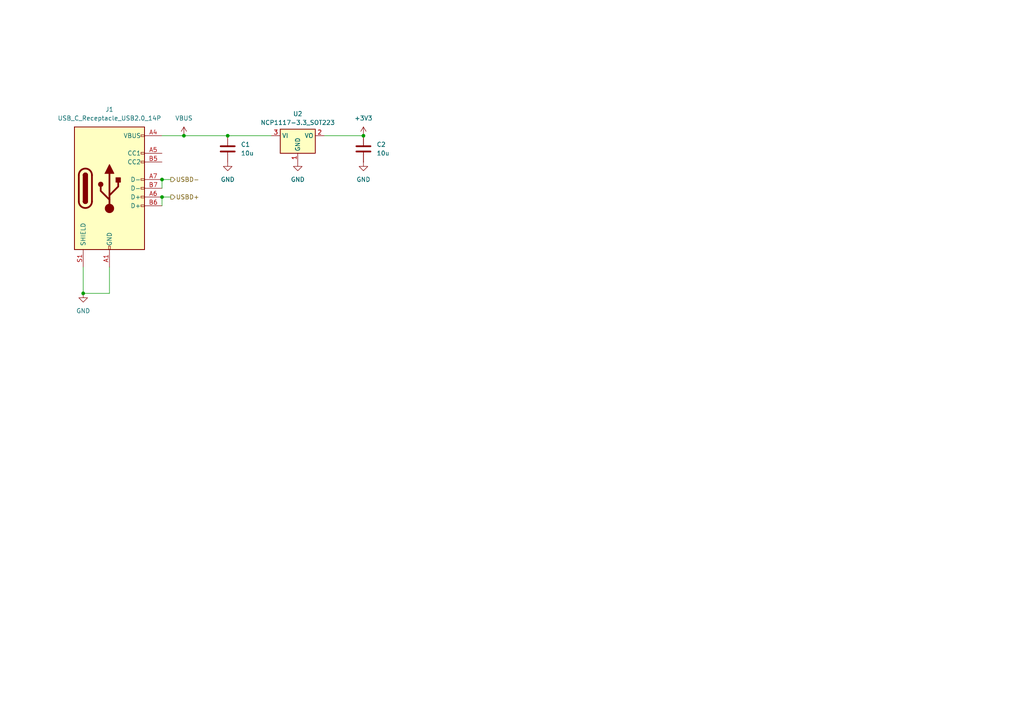
<source format=kicad_sch>
(kicad_sch (version 20250114) (generator "eeschema") (generator_version "9.0")
  (paper "A4")
  (lib_symbols
    (symbol "Connector:USB_C_Receptacle_USB2.0_14P" (pin_names (offset 1.016))
      (property "Reference" "J" (at 0 22.225 0))
      (property "Value" "USB_C_Receptacle_USB2.0_14P" (at 0 19.685 0))
      (symbol "USB_C_Receptacle_USB2.0_14P_0_0"
        (rectangle (start -0.254 -17.78) (end 0.254 -16.764))
        (rectangle (start 10.16 15.494) (end 9.144 14.986))
        (rectangle (start 10.16 10.414) (end 9.144 9.906))
        (rectangle (start 10.16 7.874) (end 9.144 7.366))
        (rectangle (start 10.16 2.794) (end 9.144 2.286))
        (rectangle (start 10.16 0.254) (end 9.144 -0.254))
        (rectangle (start 10.16 -2.286) (end 9.144 -2.794))
        (rectangle (start 10.16 -4.826) (end 9.144 -5.334))
      )
      (symbol "USB_C_Receptacle_USB2.0_14P_0_1"
        (rectangle (start -10.16 17.78) (end 10.16 -17.78) (stroke (width 0.254)) (fill (type background)))
        (polyline (pts (xy -8.89 -3.81) (xy -8.89 3.81)) (stroke (width 0.508)))
        (rectangle (start -7.62 -3.81) (end -6.35 3.81) (stroke (width 0.254)) (fill (type outline)))
        (arc (start -7.62 3.81) (mid -6.985 4.4423) (end -6.35 3.81) (stroke (width 0.254)))
        (arc (start -7.62 3.81) (mid -6.985 4.4423) (end -6.35 3.81) (stroke (width 0.254)) (fill (type outline)))
        (arc (start -8.89 3.81) (mid -6.985 5.7067) (end -5.08 3.81) (stroke (width 0.508)))
        (arc (start -5.08 -3.81) (mid -6.985 -5.7067) (end -8.89 -3.81) (stroke (width 0.508)))
        (arc (start -6.35 -3.81) (mid -6.985 -4.4423) (end -7.62 -3.81) (stroke (width 0.254)))
        (arc (start -6.35 -3.81) (mid -6.985 -4.4423) (end -7.62 -3.81) (stroke (width 0.254)) (fill (type outline)))
        (polyline (pts (xy -5.08 3.81) (xy -5.08 -3.81)) (stroke (width 0.508)))
        (circle (center -2.54 1.143) (radius 0.635) (stroke (width 0.254)) (fill (type outline)))
        (polyline (pts (xy -1.27 4.318) (xy 0 6.858) (xy 1.27 4.318) (xy -1.27 4.318)) (stroke (width 0.254)) (fill (type outline)))
        (polyline (pts (xy 0 -2.032) (xy 2.54 0.508) (xy 2.54 1.778)) (stroke (width 0.508)))
        (polyline (pts (xy 0 -3.302) (xy -2.54 -0.762) (xy -2.54 0.508)) (stroke (width 0.508)))
        (polyline (pts (xy 0 -5.842) (xy 0 4.318)) (stroke (width 0.508)))
        (circle (center 0 -5.842) (radius 1.27) (fill (type outline)))
        (rectangle (start 1.905 1.778) (end 3.175 3.048) (stroke (width 0.254)) (fill (type outline)))
      )
      (symbol "USB_C_Receptacle_USB2.0_14P_1_1"
        (pin passive line (at -7.62 -22.86 90) (length 5.08) (name "SHIELD") (number "S1"))
        (pin passive line (at 0 -22.86 90) (length 5.08) (name "GND") (number "A1"))
        (pin passive line (at 0 -22.86 90) (length 5.08) (hide yes) (name "GND") (number "A12"))
        (pin passive line (at 0 -22.86 90) (length 5.08) (hide yes) (name "GND") (number "B1"))
        (pin passive line (at 0 -22.86 90) (length 5.08) (hide yes) (name "GND") (number "B12"))
        (pin passive line (at 15.24 15.24 180) (length 5.08) (name "VBUS") (number "A4"))
        (pin passive line (at 15.24 15.24 180) (length 5.08) (hide yes) (name "VBUS") (number "A9"))
        (pin passive line (at 15.24 15.24 180) (length 5.08) (hide yes) (name "VBUS") (number "B4"))
        (pin passive line (at 15.24 15.24 180) (length 5.08) (hide yes) (name "VBUS") (number "B9"))
        (pin bidirectional line (at 15.24 10.16 180) (length 5.08) (name "CC1") (number "A5"))
        (pin bidirectional line (at 15.24 7.62 180) (length 5.08) (name "CC2") (number "B5"))
        (pin bidirectional line (at 15.24 2.54 180) (length 5.08) (name "D-") (number "A7"))
        (pin bidirectional line (at 15.24 0 180) (length 5.08) (name "D-") (number "B7"))
        (pin bidirectional line (at 15.24 -2.54 180) (length 5.08) (name "D+") (number "A6"))
        (pin bidirectional line (at 15.24 -5.08 180) (length 5.08) (name "D+") (number "B6"))
      )
    )
    (symbol "Device:C" (pin_numbers (hide yes)) (pin_names (offset 0.254))
      (property "Reference" "C" (at 0.635 2.54 0))
      (property "Value" "C" (at 0.635 -2.54 0))
      (symbol "C_0_1"
        (polyline (pts (xy -2.032 0.762) (xy 2.032 0.762)) (stroke (width 0.508)))
        (polyline (pts (xy -2.032 -0.762) (xy 2.032 -0.762)) (stroke (width 0.508)))
      )
      (symbol "C_1_1"
        (pin passive line (at 0 3.81 270) (length 2.794) (name "~") (number "1"))
        (pin passive line (at 0 -3.81 90) (length 2.794) (name "~") (number "2"))
      )
    )
    (symbol "Regulator_Linear:NCP1117-3.3_SOT223"
      (property "Reference" "U" (at -3.81 3.175 0))
      (property "Value" "NCP1117-3.3_SOT223" (at 0 3.175 0))
      (symbol "NCP1117-3.3_SOT223_0_1"
        (rectangle (start -5.08 -5.08) (end 5.08 1.905) (stroke (width 0.254)) (fill (type background)))
      )
      (symbol "NCP1117-3.3_SOT223_1_1"
        (pin power_in line (at -7.62 0 0) (length 2.54) (name "VI") (number "3"))
        (pin power_in line (at 0 -7.62 90) (length 2.54) (name "GND") (number "1"))
        (pin power_out line (at 7.62 0 180) (length 2.54) (name "VO") (number "2"))
      )
    )
    (symbol "power:+3V3" (power) (pin_numbers (hide yes)) (pin_names (offset 0) (hide yes))
      (property "Value" "+3V3" (at 0 3.556 0))
      (symbol "+3V3_0_1"
        (polyline (pts (xy -0.762 1.27) (xy 0 2.54)))
        (polyline (pts (xy 0 2.54) (xy 0.762 1.27)))
        (polyline (pts (xy 0 0) (xy 0 2.54)))
      )
      (symbol "+3V3_1_1"
        (pin power_in line (at 0 0 90) (length 0) (name "~") (number "1"))
      )
    )
    (symbol "power:GND" (power) (pin_numbers (hide yes)) (pin_names (offset 0) (hide yes))
      (property "Value" "GND" (at 0 -3.81 0))
      (symbol "GND_0_1"
        (polyline (pts (xy 0 0) (xy 0 -1.27) (xy 1.27 -1.27) (xy 0 -2.54) (xy -1.27 -1.27) (xy 0 -1.27)))
      )
      (symbol "GND_1_1"
        (pin power_in line (at 0 0 270) (length 0) (name "~") (number "1"))
      )
    )
    (symbol "power:VBUS" (power) (pin_numbers (hide yes)) (pin_names (offset 0) (hide yes))
      (property "Value" "VBUS" (at 0 3.556 0))
      (symbol "VBUS_0_1"
        (polyline (pts (xy -0.762 1.27) (xy 0 2.54)))
        (polyline (pts (xy 0 2.54) (xy 0.762 1.27)))
        (polyline (pts (xy 0 0) (xy 0 2.54)))
      )
      (symbol "VBUS_1_1"
        (pin power_in line (at 0 0 90) (length 0) (name "~") (number "1"))
      )
    )
  )
  (junction (at 24.13 85.09))
  (junction (at 53.34 39.37))
  (junction (at 46.99 52.07))
  (junction (at 66.04 39.37))
  (junction (at 105.41 39.37))
  (junction (at 46.99 57.15))
  (wire (pts (xy 46.99 57.15) (xy 46.99 59.69)))
  (wire (pts (xy 31.75 85.09) (xy 24.13 85.09)))
  (wire (pts (xy 24.13 77.47) (xy 24.13 85.09)))
  (wire (pts (xy 46.99 39.37) (xy 53.34 39.37)))
  (wire (pts (xy 53.34 39.37) (xy 66.04 39.37)))
  (wire (pts (xy 46.99 57.15) (xy 49.53 57.15)))
  (wire (pts (xy 46.99 52.07) (xy 46.99 54.61)))
  (wire (pts (xy 93.98 39.37) (xy 105.41 39.37)))
  (wire (pts (xy 46.99 52.07) (xy 49.53 52.07)))
  (wire (pts (xy 31.75 77.47) (xy 31.75 85.09)))
  (wire (pts (xy 66.04 39.37) (xy 78.74 39.37)))
  (hierarchical_label "USBD+" (shape output) (at 49.53 57.15 0))
  (hierarchical_label "USBD-" (shape output) (at 49.53 52.07 0))
  (symbol (lib_id "Connector:USB_C_Receptacle_USB2.0_14P") (at 31.75 54.61 0) (unit 1)
    (property "Reference" "J1" (at 31.75 31.75 0))
    (property "Value" "USB_C_Receptacle_USB2.0_14P" (at 31.75 34.29 0))
    (property "Datasheet" "https://www.usb.org/sites/default/files/documents/usb_type-c.zip" (effects (hide yes)))
    (property "Description" "USB 2.0-only 14P Type-C Receptacle connector" (effects (hide yes)))
  )
  (symbol (lib_id "power:GND") (at 24.13 85.09 0) (unit 1)
    (property "Reference" "#PWR01" (effects (hide yes)))
    (property "Value" "GND" (at 24.13 90.17 0))
    (property "Description" "Power symbol creates a global label with name \"GND\" , ground" (effects (hide yes)))
  )
  (symbol (lib_id "power:VBUS") (at 53.34 39.37 0) (unit 1)
    (property "Reference" "#PWR06" (effects (hide yes)))
    (property "Value" "VBUS" (at 53.34 34.29 0))
    (property "Description" "Power symbol creates a global label with name \"VBUS\"" (effects (hide yes)))
  )
  (symbol (lib_id "power:+3V3") (at 105.41 39.37 0) (unit 1)
    (property "Reference" "#PWR05" (effects (hide yes)))
    (property "Value" "+3V3" (at 105.41 34.29 0))
    (property "Description" "Power symbol creates a global label with name \"+3V3\"" (effects (hide yes)))
  )
  (symbol (lib_id "Regulator_Linear:NCP1117-3.3_SOT223") (at 86.36 39.37 0) (unit 1)
    (property "Reference" "U2" (at 86.36 33.02 0))
    (property "Value" "NCP1117-3.3_SOT223" (at 86.36 35.56 0))
    (property "Footprint" "Package_TO_SOT_SMD:SOT-223-3_TabPin2" (effects (hide yes)))
    (property "Datasheet" "http://www.onsemi.com/pub_link/Collateral/NCP1117-D.PDF" (effects (hide yes)))
    (property "Description" "1A Low drop-out regulator, Fixed Output 3.3V, SOT-223" (effects (hide yes)))
  )
  (symbol (lib_id "power:GND") (at 105.41 46.99 0) (unit 1)
    (property "Reference" "#PWR04" (effects (hide yes)))
    (property "Value" "GND" (at 105.41 52.07 0))
    (property "Description" "Power symbol creates a global label with name \"GND\" , ground" (effects (hide yes)))
  )
  (symbol (lib_id "Device:C") (at 105.41 43.18 0) (unit 1)
    (property "Reference" "C2" (at 109.22 41.9099 0) (effects (justify left)))
    (property "Value" "10u" (at 109.22 44.4499 0) (effects (justify left)))
    (property "Footprint" "Capacitor_SMD:C_0504_1310Metric" (effects (hide yes)))
    (property "Description" "Unpolarized capacitor" (effects (hide yes)))
  )
  (symbol (lib_id "power:GND") (at 86.36 46.99 0) (unit 1)
    (property "Reference" "#PWR03" (effects (hide yes)))
    (property "Value" "GND" (at 86.36 52.07 0))
    (property "Description" "Power symbol creates a global label with name \"GND\" , ground" (effects (hide yes)))
  )
  (symbol (lib_id "Device:C") (at 66.04 43.18 0) (unit 1)
    (property "Reference" "C1" (at 69.85 41.9099 0) (effects (justify left)))
    (property "Value" "10u" (at 69.85 44.4499 0) (effects (justify left)))
    (property "Footprint" "Capacitor_SMD:C_0504_1310Metric" (effects (hide yes)))
    (property "Description" "Unpolarized capacitor" (effects (hide yes)))
  )
  (symbol (lib_id "power:GND") (at 66.04 46.99 0) (unit 1)
    (property "Reference" "#PWR02" (effects (hide yes)))
    (property "Value" "GND" (at 66.04 52.07 0))
    (property "Description" "Power symbol creates a global label with name \"GND\" , ground" (effects (hide yes)))
  )
)
</source>
